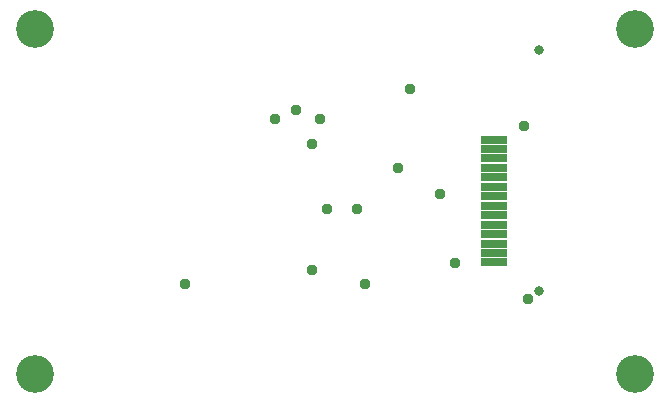
<source format=gbr>
G04 EAGLE Gerber RS-274X export*
G75*
%MOMM*%
%FSLAX34Y34*%
%LPD*%
%INSoldermask Bottom*%
%IPPOS*%
%AMOC8*
5,1,8,0,0,1.08239X$1,22.5*%
G01*
%ADD10C,3.203194*%
%ADD11R,2.203200X0.703200*%
%ADD12C,0.803200*%
%ADD13C,0.959600*%


D10*
X25400Y317500D03*
X25400Y25400D03*
X533400Y25400D03*
X533400Y317500D03*
D11*
X414210Y215450D03*
X414210Y207450D03*
X414210Y199450D03*
X414210Y191450D03*
X414210Y183450D03*
X414210Y175450D03*
X414210Y167450D03*
X414210Y159450D03*
X414210Y151450D03*
X414210Y143450D03*
X414210Y135450D03*
X414210Y127450D03*
X414210Y119450D03*
X414210Y223450D03*
D12*
X452210Y299450D03*
X452210Y94950D03*
D13*
X443230Y88900D03*
X152400Y101600D03*
X228600Y241300D03*
X342900Y266700D03*
X439420Y234950D03*
X368300Y177800D03*
X381000Y119380D03*
X332740Y199390D03*
X304800Y101600D03*
X260350Y113030D03*
X273050Y165100D03*
X298450Y165100D03*
X266700Y241300D03*
X246380Y248920D03*
X260350Y219710D03*
M02*

</source>
